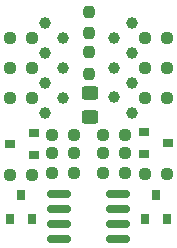
<source format=gbr>
%TF.GenerationSoftware,KiCad,Pcbnew,(6.0.0)*%
%TF.CreationDate,2022-01-02T16:00:34+01:00*%
%TF.ProjectId,S-Mix-Replacement,532d4d69-782d-4526-9570-6c6163656d65,rev?*%
%TF.SameCoordinates,Original*%
%TF.FileFunction,Soldermask,Top*%
%TF.FilePolarity,Negative*%
%FSLAX46Y46*%
G04 Gerber Fmt 4.6, Leading zero omitted, Abs format (unit mm)*
G04 Created by KiCad (PCBNEW (6.0.0)) date 2022-01-02 16:00:34*
%MOMM*%
%LPD*%
G01*
G04 APERTURE LIST*
G04 Aperture macros list*
%AMRoundRect*
0 Rectangle with rounded corners*
0 $1 Rounding radius*
0 $2 $3 $4 $5 $6 $7 $8 $9 X,Y pos of 4 corners*
0 Add a 4 corners polygon primitive as box body*
4,1,4,$2,$3,$4,$5,$6,$7,$8,$9,$2,$3,0*
0 Add four circle primitives for the rounded corners*
1,1,$1+$1,$2,$3*
1,1,$1+$1,$4,$5*
1,1,$1+$1,$6,$7*
1,1,$1+$1,$8,$9*
0 Add four rect primitives between the rounded corners*
20,1,$1+$1,$2,$3,$4,$5,0*
20,1,$1+$1,$4,$5,$6,$7,0*
20,1,$1+$1,$6,$7,$8,$9,0*
20,1,$1+$1,$8,$9,$2,$3,0*%
G04 Aperture macros list end*
%ADD10RoundRect,0.249999X0.450001X-0.325001X0.450001X0.325001X-0.450001X0.325001X-0.450001X-0.325001X0*%
%ADD11RoundRect,0.150000X-0.825000X-0.150000X0.825000X-0.150000X0.825000X0.150000X-0.825000X0.150000X0*%
%ADD12RoundRect,0.237500X-0.250000X-0.237500X0.250000X-0.237500X0.250000X0.237500X-0.250000X0.237500X0*%
%ADD13RoundRect,0.237500X0.250000X0.237500X-0.250000X0.237500X-0.250000X-0.237500X0.250000X-0.237500X0*%
%ADD14R,0.800000X0.900000*%
%ADD15RoundRect,0.237500X0.237500X-0.250000X0.237500X0.250000X-0.237500X0.250000X-0.237500X-0.250000X0*%
%ADD16C,1.000000*%
%ADD17R,0.900000X0.800000*%
%ADD18RoundRect,0.237500X-0.237500X0.250000X-0.237500X-0.250000X0.237500X-0.250000X0.237500X0.250000X0*%
G04 APERTURE END LIST*
D10*
%TO.C,C1*%
X147320000Y-102625000D03*
X147320000Y-100575000D03*
%TD*%
D11*
%TO.C,IC1*%
X144718000Y-109093000D03*
X144718000Y-110363000D03*
X144718000Y-111633000D03*
X144718000Y-112903000D03*
X149668000Y-112903000D03*
X149668000Y-111633000D03*
X149668000Y-110363000D03*
X149668000Y-109093000D03*
%TD*%
D12*
%TO.C,R6*%
X151972000Y-100965000D03*
X153797000Y-100965000D03*
%TD*%
D13*
%TO.C,R13*%
X145946500Y-107315000D03*
X144121500Y-107315000D03*
%TD*%
%TO.C,R4*%
X142367000Y-98425000D03*
X140542000Y-98425000D03*
%TD*%
D14*
%TO.C,T1*%
X140528000Y-111236000D03*
X142428000Y-111236000D03*
X141478000Y-109236000D03*
%TD*%
D12*
%TO.C,R16*%
X148439500Y-104140000D03*
X150264500Y-104140000D03*
%TD*%
D14*
%TO.C,T2*%
X151958000Y-111236000D03*
X153858000Y-111236000D03*
X152908000Y-109236000D03*
%TD*%
D13*
%TO.C,R12*%
X153820500Y-107442000D03*
X151995500Y-107442000D03*
%TD*%
D12*
%TO.C,R7*%
X151972000Y-98425000D03*
X153797000Y-98425000D03*
%TD*%
%TO.C,R8*%
X151972000Y-95885000D03*
X153797000Y-95885000D03*
%TD*%
D15*
%TO.C,R1*%
X147193000Y-95527500D03*
X147193000Y-93702500D03*
%TD*%
D16*
%TO.C,J4*%
X143510000Y-99695000D03*
%TD*%
%TO.C,J2*%
X145034000Y-100965000D03*
%TD*%
%TO.C,J3*%
X145034000Y-95885000D03*
%TD*%
%TO.C,J5*%
X150876000Y-94615000D03*
%TD*%
%TO.C,J7*%
X145034000Y-98425000D03*
%TD*%
%TO.C,J8*%
X143510000Y-97155000D03*
%TD*%
%TO.C,J9*%
X150876000Y-99695000D03*
%TD*%
%TO.C,J10*%
X149352000Y-98425000D03*
%TD*%
%TO.C,J11*%
X150876000Y-97155000D03*
%TD*%
%TO.C,J12*%
X149352000Y-95885000D03*
%TD*%
%TO.C,J15*%
X149364700Y-100952300D03*
%TD*%
%TO.C,J14*%
X150876000Y-102235000D03*
%TD*%
%TO.C,J1*%
X143510000Y-94615000D03*
%TD*%
D13*
%TO.C,R3*%
X142367000Y-100965000D03*
X140542000Y-100965000D03*
%TD*%
%TO.C,R15*%
X145946500Y-104140000D03*
X144121500Y-104140000D03*
%TD*%
%TO.C,R10*%
X150264500Y-105664000D03*
X148439500Y-105664000D03*
%TD*%
D12*
%TO.C,R9*%
X144098000Y-105664000D03*
X145923000Y-105664000D03*
%TD*%
D13*
%TO.C,R5*%
X142367000Y-95885000D03*
X140542000Y-95885000D03*
%TD*%
D17*
%TO.C,T3*%
X142544000Y-105852000D03*
X142544000Y-103952000D03*
X140544000Y-104902000D03*
%TD*%
D16*
%TO.C,J13*%
X143510000Y-102235000D03*
%TD*%
D12*
%TO.C,R14*%
X148439500Y-107315000D03*
X150264500Y-107315000D03*
%TD*%
D17*
%TO.C,T4*%
X151908000Y-103881498D03*
X151908000Y-105781498D03*
X153908000Y-104831498D03*
%TD*%
D18*
%TO.C,R2*%
X147193000Y-97131500D03*
X147193000Y-98956500D03*
%TD*%
D12*
%TO.C,R11*%
X140565500Y-107554773D03*
X142390500Y-107554773D03*
%TD*%
M02*

</source>
